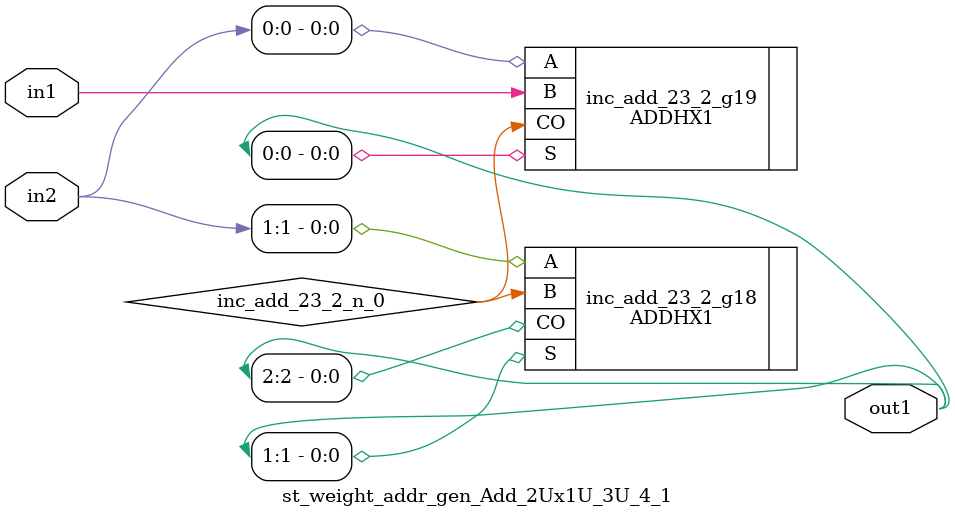
<source format=v>
`timescale 1ps / 1ps


module st_weight_addr_gen_Add_2Ux1U_3U_4_1(in2, in1, out1);
  input [1:0] in2;
  input in1;
  output [2:0] out1;
  wire [1:0] in2;
  wire in1;
  wire [2:0] out1;
  wire inc_add_23_2_n_0;
  ADDHX1 inc_add_23_2_g18(.A (in2[1]), .B (inc_add_23_2_n_0), .CO
       (out1[2]), .S (out1[1]));
  ADDHX1 inc_add_23_2_g19(.A (in2[0]), .B (in1), .CO
       (inc_add_23_2_n_0), .S (out1[0]));
endmodule



</source>
